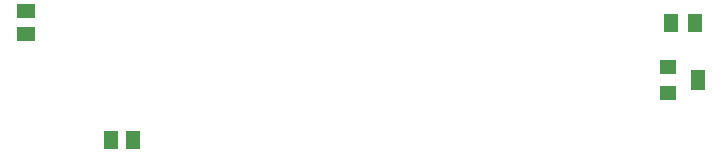
<source format=gtp>
G75*
%MOIN*%
%OFA0B0*%
%FSLAX25Y25*%
%IPPOS*%
%LPD*%
%AMOC8*
5,1,8,0,0,1.08239X$1,22.5*
%
%ADD10R,0.04724X0.07087*%
%ADD11R,0.05512X0.04724*%
%ADD12R,0.05118X0.05906*%
%ADD13R,0.05118X0.06299*%
%ADD14R,0.05906X0.05118*%
D10*
X0358318Y0103300D03*
D11*
X0348082Y0107631D03*
X0348082Y0098969D03*
D12*
X0162460Y0083300D03*
X0169940Y0083300D03*
D13*
X0349263Y0122300D03*
X0357137Y0122300D03*
D14*
X0134200Y0118560D03*
X0134200Y0126040D03*
M02*

</source>
